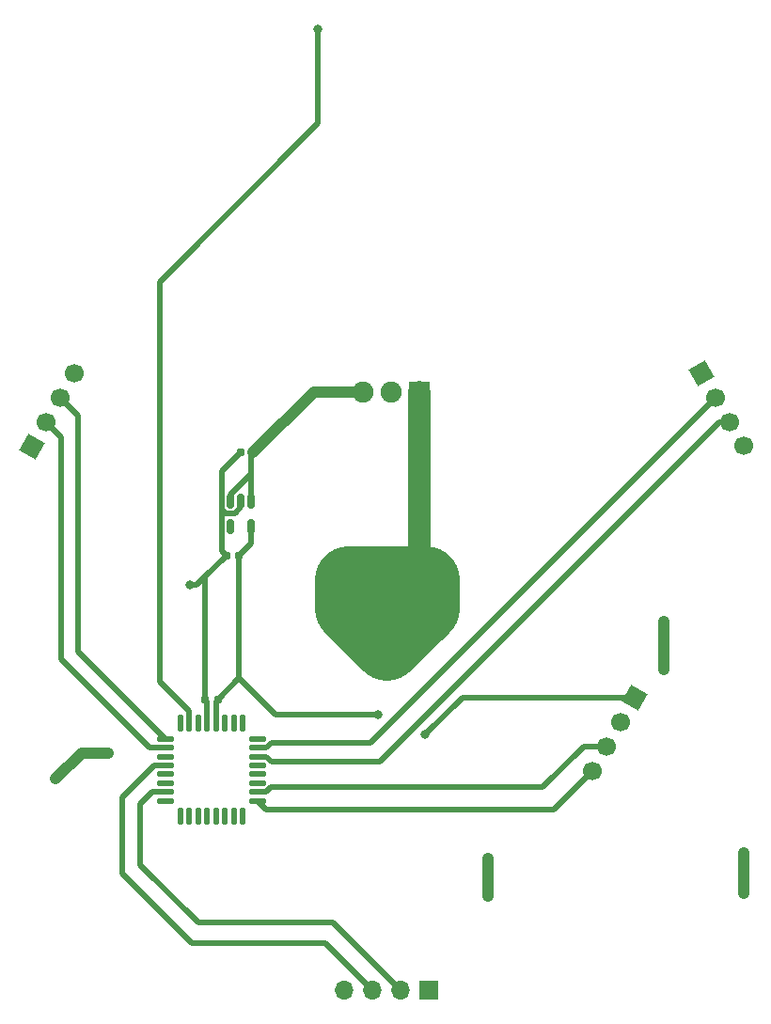
<source format=gbr>
G04 #@! TF.GenerationSoftware,KiCad,Pcbnew,(7.0.0)*
G04 #@! TF.CreationDate,2023-03-16T17:16:22-05:00*
G04 #@! TF.ProjectId,JJL_PCB,4a4a4c5f-5043-4422-9e6b-696361645f70,rev?*
G04 #@! TF.SameCoordinates,Original*
G04 #@! TF.FileFunction,Copper,L1,Top*
G04 #@! TF.FilePolarity,Positive*
%FSLAX46Y46*%
G04 Gerber Fmt 4.6, Leading zero omitted, Abs format (unit mm)*
G04 Created by KiCad (PCBNEW (7.0.0)) date 2023-03-16 17:16:22*
%MOMM*%
%LPD*%
G01*
G04 APERTURE LIST*
G04 Aperture macros list*
%AMRoundRect*
0 Rectangle with rounded corners*
0 $1 Rounding radius*
0 $2 $3 $4 $5 $6 $7 $8 $9 X,Y pos of 4 corners*
0 Add a 4 corners polygon primitive as box body*
4,1,4,$2,$3,$4,$5,$6,$7,$8,$9,$2,$3,0*
0 Add four circle primitives for the rounded corners*
1,1,$1+$1,$2,$3*
1,1,$1+$1,$4,$5*
1,1,$1+$1,$6,$7*
1,1,$1+$1,$8,$9*
0 Add four rect primitives between the rounded corners*
20,1,$1+$1,$2,$3,$4,$5,0*
20,1,$1+$1,$4,$5,$6,$7,0*
20,1,$1+$1,$6,$7,$8,$9,0*
20,1,$1+$1,$8,$9,$2,$3,0*%
%AMHorizOval*
0 Thick line with rounded ends*
0 $1 width*
0 $2 $3 position (X,Y) of the first rounded end (center of the circle)*
0 $4 $5 position (X,Y) of the second rounded end (center of the circle)*
0 Add line between two ends*
20,1,$1,$2,$3,$4,$5,0*
0 Add two circle primitives to create the rounded ends*
1,1,$1,$2,$3*
1,1,$1,$4,$5*%
%AMRotRect*
0 Rectangle, with rotation*
0 The origin of the aperture is its center*
0 $1 length*
0 $2 width*
0 $3 Rotation angle, in degrees counterclockwise*
0 Add horizontal line*
21,1,$1,$2,0,0,$3*%
G04 Aperture macros list end*
G04 #@! TA.AperFunction,ComponentPad*
%ADD10RotRect,1.700000X1.700000X30.000000*%
G04 #@! TD*
G04 #@! TA.AperFunction,ComponentPad*
%ADD11HorizOval,1.700000X0.000000X0.000000X0.000000X0.000000X0*%
G04 #@! TD*
G04 #@! TA.AperFunction,ComponentPad*
%ADD12RotRect,1.700000X1.700000X150.000000*%
G04 #@! TD*
G04 #@! TA.AperFunction,ComponentPad*
%ADD13HorizOval,1.700000X0.000000X0.000000X0.000000X0.000000X0*%
G04 #@! TD*
G04 #@! TA.AperFunction,ComponentPad*
%ADD14R,1.700000X1.700000*%
G04 #@! TD*
G04 #@! TA.AperFunction,ComponentPad*
%ADD15O,1.700000X1.700000*%
G04 #@! TD*
G04 #@! TA.AperFunction,SMDPad,CuDef*
%ADD16RotRect,4.000000X4.000000X300.000000*%
G04 #@! TD*
G04 #@! TA.AperFunction,SMDPad,CuDef*
%ADD17R,4.000000X4.000000*%
G04 #@! TD*
G04 #@! TA.AperFunction,SMDPad,CuDef*
%ADD18RoundRect,0.150000X-0.150000X0.512500X-0.150000X-0.512500X0.150000X-0.512500X0.150000X0.512500X0*%
G04 #@! TD*
G04 #@! TA.AperFunction,ComponentPad*
%ADD19R,1.910000X1.910000*%
G04 #@! TD*
G04 #@! TA.AperFunction,ComponentPad*
%ADD20C,1.910000*%
G04 #@! TD*
G04 #@! TA.AperFunction,SMDPad,CuDef*
%ADD21RoundRect,0.155000X0.212500X0.155000X-0.212500X0.155000X-0.212500X-0.155000X0.212500X-0.155000X0*%
G04 #@! TD*
G04 #@! TA.AperFunction,SMDPad,CuDef*
%ADD22RoundRect,0.125000X-0.125000X0.625000X-0.125000X-0.625000X0.125000X-0.625000X0.125000X0.625000X0*%
G04 #@! TD*
G04 #@! TA.AperFunction,SMDPad,CuDef*
%ADD23RoundRect,0.125000X-0.625000X0.125000X-0.625000X-0.125000X0.625000X-0.125000X0.625000X0.125000X0*%
G04 #@! TD*
G04 #@! TA.AperFunction,SMDPad,CuDef*
%ADD24RotRect,4.000000X4.000000X60.000000*%
G04 #@! TD*
G04 #@! TA.AperFunction,ComponentPad*
%ADD25RotRect,1.700000X1.700000X330.000000*%
G04 #@! TD*
G04 #@! TA.AperFunction,ComponentPad*
%ADD26HorizOval,1.700000X0.000000X0.000000X0.000000X0.000000X0*%
G04 #@! TD*
G04 #@! TA.AperFunction,ViaPad*
%ADD27C,0.800000*%
G04 #@! TD*
G04 #@! TA.AperFunction,Conductor*
%ADD28C,1.000000*%
G04 #@! TD*
G04 #@! TA.AperFunction,Conductor*
%ADD29C,0.500000*%
G04 #@! TD*
G04 #@! TA.AperFunction,Conductor*
%ADD30C,2.000000*%
G04 #@! TD*
G04 #@! TA.AperFunction,Conductor*
%ADD31C,6.000000*%
G04 #@! TD*
G04 APERTURE END LIST*
D10*
X232709999Y-143649103D03*
D11*
X233979999Y-145848808D03*
X235249999Y-148048512D03*
X236519999Y-150248217D03*
D12*
X172439999Y-150260896D03*
D13*
X173709999Y-148061191D03*
X174979999Y-145861487D03*
X176249999Y-143661782D03*
D14*
X208209999Y-199229999D03*
D15*
X205669999Y-199229999D03*
X203129999Y-199229999D03*
X200589999Y-199229999D03*
D16*
X207919999Y-162229999D03*
D17*
X204419999Y-168329999D03*
D18*
X192220000Y-155182500D03*
X191270000Y-155182500D03*
X190320000Y-155182500D03*
X190320000Y-157457500D03*
X192220000Y-157457500D03*
D19*
X207339999Y-145349999D03*
D20*
X204790000Y-145350000D03*
X202240000Y-145350000D03*
D21*
X189217500Y-173040000D03*
X188082500Y-173040000D03*
D22*
X191440000Y-175215000D03*
X190640000Y-175215000D03*
X189840000Y-175215000D03*
X189040000Y-175215000D03*
X188240000Y-175215000D03*
X187440000Y-175215000D03*
X186640000Y-175215000D03*
X185840000Y-175215000D03*
D23*
X184465000Y-176590000D03*
X184465000Y-177390000D03*
X184465000Y-178190000D03*
X184465000Y-178990000D03*
X184465000Y-179790000D03*
X184465000Y-180590000D03*
X184465000Y-181390000D03*
X184465000Y-182190000D03*
D22*
X185840000Y-183565000D03*
X186640000Y-183565000D03*
X187440000Y-183565000D03*
X188240000Y-183565000D03*
X189040000Y-183565000D03*
X189840000Y-183565000D03*
X190640000Y-183565000D03*
X191440000Y-183565000D03*
D23*
X192815000Y-182190000D03*
X192815000Y-181390000D03*
X192815000Y-180590000D03*
X192815000Y-179790000D03*
X192815000Y-178990000D03*
X192815000Y-178190000D03*
X192815000Y-177390000D03*
X192815000Y-176590000D03*
D24*
X200919999Y-162229999D03*
D25*
X226719999Y-172860294D03*
D26*
X225449999Y-175059999D03*
X224179999Y-177259703D03*
X222909999Y-179459408D03*
D21*
X192387500Y-150840000D03*
X191252500Y-150840000D03*
X191127500Y-160080000D03*
X189992500Y-160080000D03*
D27*
X236520000Y-186860000D03*
X186690000Y-162770000D03*
X236520000Y-190540000D03*
X203600000Y-174390000D03*
X198200000Y-112660000D03*
X229340000Y-170360000D03*
X229340000Y-166070000D03*
X179280000Y-177880000D03*
X174600000Y-180200000D03*
X213550000Y-190750000D03*
X213550000Y-187390000D03*
X207840000Y-176240000D03*
D28*
X176920000Y-177880000D02*
X174600000Y-180200000D01*
X179280000Y-177880000D02*
X176920000Y-177880000D01*
D29*
X175080000Y-149431192D02*
X173710000Y-148061192D01*
X234361487Y-148048513D02*
X235250000Y-148048513D01*
X175080000Y-169440000D02*
X175080000Y-149431192D01*
X183030000Y-177390000D02*
X175080000Y-169440000D01*
X184465000Y-177390000D02*
X183030000Y-177390000D01*
X189560000Y-152532500D02*
X191252500Y-150840000D01*
X191270000Y-155743528D02*
X190718528Y-156295000D01*
X189560000Y-155933528D02*
X189560000Y-152532500D01*
X190718528Y-156295000D02*
X189921472Y-156295000D01*
X189921472Y-156295000D02*
X189560000Y-155933528D01*
X191270000Y-155182500D02*
X191270000Y-155743528D01*
X192220000Y-151007500D02*
X192387500Y-150840000D01*
X192220000Y-155182500D02*
X192220000Y-151007500D01*
D28*
X197877500Y-145350000D02*
X192387500Y-150840000D01*
X202240000Y-145350000D02*
X197877500Y-145350000D01*
D29*
X218450000Y-180960000D02*
X222150296Y-177259704D01*
X194008173Y-180960000D02*
X218450000Y-180960000D01*
X193578173Y-181390000D02*
X194008173Y-180960000D01*
X192815000Y-181390000D02*
X193578173Y-181390000D01*
X222150296Y-177259704D02*
X224180000Y-177259704D01*
X182230000Y-182450000D02*
X183290000Y-181390000D01*
X182230000Y-187940000D02*
X182230000Y-182450000D01*
X205670000Y-199230000D02*
X199570000Y-193130000D01*
X190320000Y-154621472D02*
X192220000Y-152721472D01*
X192220000Y-152721472D02*
X192220000Y-151007500D01*
X184465000Y-176590000D02*
X184460000Y-176590000D01*
X190320000Y-155182500D02*
X190320000Y-154621472D01*
X174980000Y-145880000D02*
X174980000Y-145861488D01*
X183290000Y-181390000D02*
X184465000Y-181390000D01*
X193565000Y-182940000D02*
X219429409Y-182940000D01*
D30*
X207340000Y-145350000D02*
X207340000Y-161650000D01*
D29*
X184460000Y-176590000D02*
X176600000Y-168730000D01*
D30*
X207340000Y-161650000D02*
X207920000Y-162230000D01*
D29*
X187420000Y-193130000D02*
X182230000Y-187940000D01*
X176600000Y-147500000D02*
X174980000Y-145880000D01*
X192815000Y-178190000D02*
X193578173Y-178190000D01*
X192815000Y-182190000D02*
X193565000Y-182940000D01*
X176600000Y-168730000D02*
X176600000Y-147500000D01*
X203770000Y-178640000D02*
X234361487Y-148048513D01*
X194028173Y-178640000D02*
X203770000Y-178640000D01*
X199570000Y-193130000D02*
X187420000Y-193130000D01*
X219429409Y-182940000D02*
X222910000Y-179459409D01*
X192815000Y-177390000D02*
X193578173Y-177390000D01*
X202908809Y-176920000D02*
X233980000Y-145848809D01*
X194048173Y-176920000D02*
X202908809Y-176920000D01*
X193578173Y-177390000D02*
X194048173Y-176920000D01*
X193578173Y-178190000D02*
X194028173Y-178640000D01*
X186690000Y-162770000D02*
X187302500Y-162770000D01*
X187302500Y-162770000D02*
X188082500Y-161990000D01*
X203600000Y-174390000D02*
X194387500Y-174390000D01*
X194387500Y-174390000D02*
X191127500Y-171130000D01*
X211219705Y-172860295D02*
X207840000Y-176240000D01*
X226720000Y-172860295D02*
X211219705Y-172860295D01*
D31*
X200920000Y-162230000D02*
X207920000Y-162230000D01*
X200920000Y-164830000D02*
X204420000Y-168330000D01*
X207920000Y-164830000D02*
X204420000Y-168330000D01*
X207920000Y-162230000D02*
X207920000Y-164830000D01*
X200920000Y-162230000D02*
X200920000Y-164830000D01*
D29*
X191127500Y-171130000D02*
X189217500Y-173040000D01*
X191127500Y-160080000D02*
X191127500Y-171130000D01*
X192220000Y-158987500D02*
X191127500Y-160080000D01*
X192220000Y-157457500D02*
X192220000Y-158987500D01*
X186640000Y-174120000D02*
X186640000Y-175215000D01*
X183950000Y-135440000D02*
X183950000Y-171430000D01*
X183950000Y-171430000D02*
X186640000Y-174120000D01*
X198200000Y-112660000D02*
X198200000Y-121190000D01*
X198200000Y-121190000D02*
X183950000Y-135440000D01*
X191202500Y-155250000D02*
X191270000Y-155182500D01*
X189992500Y-160080000D02*
X188082500Y-161990000D01*
X188082500Y-161990000D02*
X188082500Y-173040000D01*
D28*
X213550000Y-187390000D02*
X213550000Y-190750000D01*
D29*
X189570000Y-152522500D02*
X191252500Y-150840000D01*
X189217500Y-173040000D02*
X189040000Y-173217500D01*
X189570000Y-159657500D02*
X189570000Y-152522500D01*
X189992500Y-160080000D02*
X189570000Y-159657500D01*
X189040000Y-173217500D02*
X189040000Y-175215000D01*
X188240000Y-173197500D02*
X188240000Y-175215000D01*
X188082500Y-173040000D02*
X188240000Y-173197500D01*
X183501827Y-178990000D02*
X184465000Y-178990000D01*
X186820000Y-194980000D02*
X180600000Y-188760000D01*
X180600000Y-181891827D02*
X183501827Y-178990000D01*
X203130000Y-199230000D02*
X198880000Y-194980000D01*
X198880000Y-194980000D02*
X186820000Y-194980000D01*
X180600000Y-188760000D02*
X180600000Y-181891827D01*
D28*
X229340000Y-170360000D02*
X229340000Y-166070000D01*
X236520000Y-186860000D02*
X236520000Y-190540000D01*
M02*

</source>
